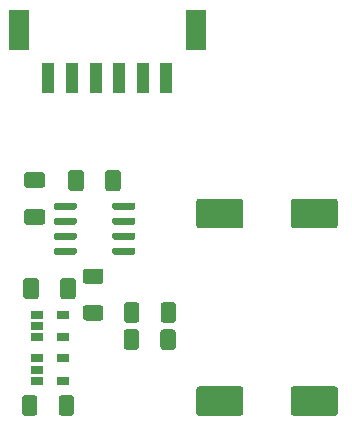
<source format=gbr>
%TF.GenerationSoftware,KiCad,Pcbnew,(5.1.10)-1*%
%TF.CreationDate,2021-10-15T07:56:21+02:00*%
%TF.ProjectId,BTS-LogicBoard,4254532d-4c6f-4676-9963-426f6172642e,rev?*%
%TF.SameCoordinates,Original*%
%TF.FileFunction,Paste,Top*%
%TF.FilePolarity,Positive*%
%FSLAX46Y46*%
G04 Gerber Fmt 4.6, Leading zero omitted, Abs format (unit mm)*
G04 Created by KiCad (PCBNEW (5.1.10)-1) date 2021-10-15 07:56:21*
%MOMM*%
%LPD*%
G01*
G04 APERTURE LIST*
%ADD10R,1.750000X3.450000*%
%ADD11R,1.000000X2.500000*%
%ADD12R,1.060000X0.650000*%
G04 APERTURE END LIST*
D10*
%TO.C,J5*%
X125025000Y-72120000D03*
X140025000Y-72120000D03*
D11*
X137525000Y-76120000D03*
X135525000Y-76120000D03*
X133525000Y-76120000D03*
X131525000Y-76120000D03*
X129525000Y-76120000D03*
X127525000Y-76120000D03*
%TD*%
D12*
%TO.C,U6*%
X128735000Y-96205000D03*
X128735000Y-98105000D03*
X126535000Y-98105000D03*
X126535000Y-97155000D03*
X126535000Y-96205000D03*
%TD*%
%TO.C,R14*%
G36*
G01*
X137018000Y-98923000D02*
X137018000Y-97673000D01*
G75*
G02*
X137268000Y-97423000I250000J0D01*
G01*
X138068000Y-97423000D01*
G75*
G02*
X138318000Y-97673000I0J-250000D01*
G01*
X138318000Y-98923000D01*
G75*
G02*
X138068000Y-99173000I-250000J0D01*
G01*
X137268000Y-99173000D01*
G75*
G02*
X137018000Y-98923000I0J250000D01*
G01*
G37*
G36*
G01*
X133918000Y-98923000D02*
X133918000Y-97673000D01*
G75*
G02*
X134168000Y-97423000I250000J0D01*
G01*
X134968000Y-97423000D01*
G75*
G02*
X135218000Y-97673000I0J-250000D01*
G01*
X135218000Y-98923000D01*
G75*
G02*
X134968000Y-99173000I-250000J0D01*
G01*
X134168000Y-99173000D01*
G75*
G02*
X133918000Y-98923000I0J250000D01*
G01*
G37*
%TD*%
%TO.C,R13*%
G36*
G01*
X137044000Y-96637000D02*
X137044000Y-95387000D01*
G75*
G02*
X137294000Y-95137000I250000J0D01*
G01*
X138094000Y-95137000D01*
G75*
G02*
X138344000Y-95387000I0J-250000D01*
G01*
X138344000Y-96637000D01*
G75*
G02*
X138094000Y-96887000I-250000J0D01*
G01*
X137294000Y-96887000D01*
G75*
G02*
X137044000Y-96637000I0J250000D01*
G01*
G37*
G36*
G01*
X133944000Y-96637000D02*
X133944000Y-95387000D01*
G75*
G02*
X134194000Y-95137000I250000J0D01*
G01*
X134994000Y-95137000D01*
G75*
G02*
X135244000Y-95387000I0J-250000D01*
G01*
X135244000Y-96637000D01*
G75*
G02*
X134994000Y-96887000I-250000J0D01*
G01*
X134194000Y-96887000D01*
G75*
G02*
X133944000Y-96637000I0J250000D01*
G01*
G37*
%TD*%
%TO.C,R5*%
G36*
G01*
X130693000Y-95388000D02*
X131943000Y-95388000D01*
G75*
G02*
X132193000Y-95638000I0J-250000D01*
G01*
X132193000Y-96438000D01*
G75*
G02*
X131943000Y-96688000I-250000J0D01*
G01*
X130693000Y-96688000D01*
G75*
G02*
X130443000Y-96438000I0J250000D01*
G01*
X130443000Y-95638000D01*
G75*
G02*
X130693000Y-95388000I250000J0D01*
G01*
G37*
G36*
G01*
X130693000Y-92288000D02*
X131943000Y-92288000D01*
G75*
G02*
X132193000Y-92538000I0J-250000D01*
G01*
X132193000Y-93338000D01*
G75*
G02*
X131943000Y-93588000I-250000J0D01*
G01*
X130693000Y-93588000D01*
G75*
G02*
X130443000Y-93338000I0J250000D01*
G01*
X130443000Y-92538000D01*
G75*
G02*
X130693000Y-92288000I250000J0D01*
G01*
G37*
%TD*%
%TO.C,R4*%
G36*
G01*
X126608000Y-103261000D02*
X126608000Y-104511000D01*
G75*
G02*
X126358000Y-104761000I-250000J0D01*
G01*
X125558000Y-104761000D01*
G75*
G02*
X125308000Y-104511000I0J250000D01*
G01*
X125308000Y-103261000D01*
G75*
G02*
X125558000Y-103011000I250000J0D01*
G01*
X126358000Y-103011000D01*
G75*
G02*
X126608000Y-103261000I0J-250000D01*
G01*
G37*
G36*
G01*
X129708000Y-103261000D02*
X129708000Y-104511000D01*
G75*
G02*
X129458000Y-104761000I-250000J0D01*
G01*
X128658000Y-104761000D01*
G75*
G02*
X128408000Y-104511000I0J250000D01*
G01*
X128408000Y-103261000D01*
G75*
G02*
X128658000Y-103011000I250000J0D01*
G01*
X129458000Y-103011000D01*
G75*
G02*
X129708000Y-103261000I0J-250000D01*
G01*
G37*
%TD*%
%TO.C,C11*%
G36*
G01*
X126735000Y-93329999D02*
X126735000Y-94630001D01*
G75*
G02*
X126485001Y-94880000I-249999J0D01*
G01*
X125659999Y-94880000D01*
G75*
G02*
X125410000Y-94630001I0J249999D01*
G01*
X125410000Y-93329999D01*
G75*
G02*
X125659999Y-93080000I249999J0D01*
G01*
X126485001Y-93080000D01*
G75*
G02*
X126735000Y-93329999I0J-249999D01*
G01*
G37*
G36*
G01*
X129860000Y-93329999D02*
X129860000Y-94630001D01*
G75*
G02*
X129610001Y-94880000I-249999J0D01*
G01*
X128784999Y-94880000D01*
G75*
G02*
X128535000Y-94630001I0J249999D01*
G01*
X128535000Y-93329999D01*
G75*
G02*
X128784999Y-93080000I249999J0D01*
G01*
X129610001Y-93080000D01*
G75*
G02*
X129860000Y-93329999I0J-249999D01*
G01*
G37*
%TD*%
%TO.C,C9*%
G36*
G01*
X130545000Y-84185999D02*
X130545000Y-85486001D01*
G75*
G02*
X130295001Y-85736000I-249999J0D01*
G01*
X129469999Y-85736000D01*
G75*
G02*
X129220000Y-85486001I0J249999D01*
G01*
X129220000Y-84185999D01*
G75*
G02*
X129469999Y-83936000I249999J0D01*
G01*
X130295001Y-83936000D01*
G75*
G02*
X130545000Y-84185999I0J-249999D01*
G01*
G37*
G36*
G01*
X133670000Y-84185999D02*
X133670000Y-85486001D01*
G75*
G02*
X133420001Y-85736000I-249999J0D01*
G01*
X132594999Y-85736000D01*
G75*
G02*
X132345000Y-85486001I0J249999D01*
G01*
X132345000Y-84185999D01*
G75*
G02*
X132594999Y-83936000I249999J0D01*
G01*
X133420001Y-83936000D01*
G75*
G02*
X133670000Y-84185999I0J-249999D01*
G01*
G37*
%TD*%
%TO.C,C8*%
G36*
G01*
X148050000Y-104505000D02*
X148050000Y-102505000D01*
G75*
G02*
X148300000Y-102255000I250000J0D01*
G01*
X151800000Y-102255000D01*
G75*
G02*
X152050000Y-102505000I0J-250000D01*
G01*
X152050000Y-104505000D01*
G75*
G02*
X151800000Y-104755000I-250000J0D01*
G01*
X148300000Y-104755000D01*
G75*
G02*
X148050000Y-104505000I0J250000D01*
G01*
G37*
G36*
G01*
X140050000Y-104505000D02*
X140050000Y-102505000D01*
G75*
G02*
X140300000Y-102255000I250000J0D01*
G01*
X143800000Y-102255000D01*
G75*
G02*
X144050000Y-102505000I0J-250000D01*
G01*
X144050000Y-104505000D01*
G75*
G02*
X143800000Y-104755000I-250000J0D01*
G01*
X140300000Y-104755000D01*
G75*
G02*
X140050000Y-104505000I0J250000D01*
G01*
G37*
%TD*%
%TO.C,U2*%
G36*
G01*
X132945000Y-87145000D02*
X132945000Y-86845000D01*
G75*
G02*
X133095000Y-86695000I150000J0D01*
G01*
X134745000Y-86695000D01*
G75*
G02*
X134895000Y-86845000I0J-150000D01*
G01*
X134895000Y-87145000D01*
G75*
G02*
X134745000Y-87295000I-150000J0D01*
G01*
X133095000Y-87295000D01*
G75*
G02*
X132945000Y-87145000I0J150000D01*
G01*
G37*
G36*
G01*
X132945000Y-88415000D02*
X132945000Y-88115000D01*
G75*
G02*
X133095000Y-87965000I150000J0D01*
G01*
X134745000Y-87965000D01*
G75*
G02*
X134895000Y-88115000I0J-150000D01*
G01*
X134895000Y-88415000D01*
G75*
G02*
X134745000Y-88565000I-150000J0D01*
G01*
X133095000Y-88565000D01*
G75*
G02*
X132945000Y-88415000I0J150000D01*
G01*
G37*
G36*
G01*
X132945000Y-89685000D02*
X132945000Y-89385000D01*
G75*
G02*
X133095000Y-89235000I150000J0D01*
G01*
X134745000Y-89235000D01*
G75*
G02*
X134895000Y-89385000I0J-150000D01*
G01*
X134895000Y-89685000D01*
G75*
G02*
X134745000Y-89835000I-150000J0D01*
G01*
X133095000Y-89835000D01*
G75*
G02*
X132945000Y-89685000I0J150000D01*
G01*
G37*
G36*
G01*
X132945000Y-90955000D02*
X132945000Y-90655000D01*
G75*
G02*
X133095000Y-90505000I150000J0D01*
G01*
X134745000Y-90505000D01*
G75*
G02*
X134895000Y-90655000I0J-150000D01*
G01*
X134895000Y-90955000D01*
G75*
G02*
X134745000Y-91105000I-150000J0D01*
G01*
X133095000Y-91105000D01*
G75*
G02*
X132945000Y-90955000I0J150000D01*
G01*
G37*
G36*
G01*
X127995000Y-90955000D02*
X127995000Y-90655000D01*
G75*
G02*
X128145000Y-90505000I150000J0D01*
G01*
X129795000Y-90505000D01*
G75*
G02*
X129945000Y-90655000I0J-150000D01*
G01*
X129945000Y-90955000D01*
G75*
G02*
X129795000Y-91105000I-150000J0D01*
G01*
X128145000Y-91105000D01*
G75*
G02*
X127995000Y-90955000I0J150000D01*
G01*
G37*
G36*
G01*
X127995000Y-89685000D02*
X127995000Y-89385000D01*
G75*
G02*
X128145000Y-89235000I150000J0D01*
G01*
X129795000Y-89235000D01*
G75*
G02*
X129945000Y-89385000I0J-150000D01*
G01*
X129945000Y-89685000D01*
G75*
G02*
X129795000Y-89835000I-150000J0D01*
G01*
X128145000Y-89835000D01*
G75*
G02*
X127995000Y-89685000I0J150000D01*
G01*
G37*
G36*
G01*
X127995000Y-88415000D02*
X127995000Y-88115000D01*
G75*
G02*
X128145000Y-87965000I150000J0D01*
G01*
X129795000Y-87965000D01*
G75*
G02*
X129945000Y-88115000I0J-150000D01*
G01*
X129945000Y-88415000D01*
G75*
G02*
X129795000Y-88565000I-150000J0D01*
G01*
X128145000Y-88565000D01*
G75*
G02*
X127995000Y-88415000I0J150000D01*
G01*
G37*
G36*
G01*
X127995000Y-87145000D02*
X127995000Y-86845000D01*
G75*
G02*
X128145000Y-86695000I150000J0D01*
G01*
X129795000Y-86695000D01*
G75*
G02*
X129945000Y-86845000I0J-150000D01*
G01*
X129945000Y-87145000D01*
G75*
G02*
X129795000Y-87295000I-150000J0D01*
G01*
X128145000Y-87295000D01*
G75*
G02*
X127995000Y-87145000I0J150000D01*
G01*
G37*
%TD*%
%TO.C,U1*%
X128735000Y-99888000D03*
X128735000Y-101788000D03*
X126535000Y-101788000D03*
X126535000Y-100838000D03*
X126535000Y-99888000D03*
%TD*%
%TO.C,C7*%
G36*
G01*
X127015003Y-85460000D02*
X125714997Y-85460000D01*
G75*
G02*
X125465000Y-85210003I0J249997D01*
G01*
X125465000Y-84384997D01*
G75*
G02*
X125714997Y-84135000I249997J0D01*
G01*
X127015003Y-84135000D01*
G75*
G02*
X127265000Y-84384997I0J-249997D01*
G01*
X127265000Y-85210003D01*
G75*
G02*
X127015003Y-85460000I-249997J0D01*
G01*
G37*
G36*
G01*
X127015003Y-88585000D02*
X125714997Y-88585000D01*
G75*
G02*
X125465000Y-88335003I0J249997D01*
G01*
X125465000Y-87509997D01*
G75*
G02*
X125714997Y-87260000I249997J0D01*
G01*
X127015003Y-87260000D01*
G75*
G02*
X127265000Y-87509997I0J-249997D01*
G01*
X127265000Y-88335003D01*
G75*
G02*
X127015003Y-88585000I-249997J0D01*
G01*
G37*
%TD*%
%TO.C,C5*%
G36*
G01*
X148050000Y-88630000D02*
X148050000Y-86630000D01*
G75*
G02*
X148300000Y-86380000I250000J0D01*
G01*
X151800000Y-86380000D01*
G75*
G02*
X152050000Y-86630000I0J-250000D01*
G01*
X152050000Y-88630000D01*
G75*
G02*
X151800000Y-88880000I-250000J0D01*
G01*
X148300000Y-88880000D01*
G75*
G02*
X148050000Y-88630000I0J250000D01*
G01*
G37*
G36*
G01*
X140050000Y-88630000D02*
X140050000Y-86630000D01*
G75*
G02*
X140300000Y-86380000I250000J0D01*
G01*
X143800000Y-86380000D01*
G75*
G02*
X144050000Y-86630000I0J-250000D01*
G01*
X144050000Y-88630000D01*
G75*
G02*
X143800000Y-88880000I-250000J0D01*
G01*
X140300000Y-88880000D01*
G75*
G02*
X140050000Y-88630000I0J250000D01*
G01*
G37*
%TD*%
M02*

</source>
